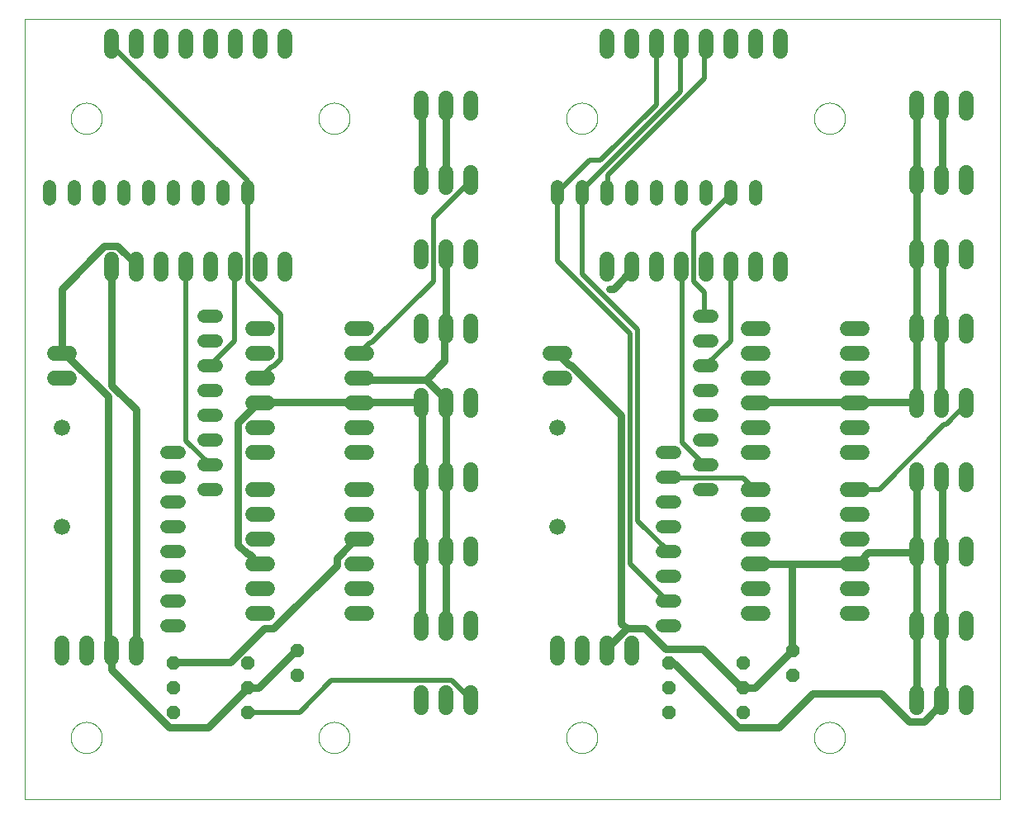
<source format=gbl>
G75*
%MOIN*%
%OFA0B0*%
%FSLAX25Y25*%
%IPPOS*%
%LPD*%
%AMOC8*
5,1,8,0,0,1.08239X$1,22.5*
%
%ADD10C,0.00000*%
%ADD11C,0.06600*%
%ADD12C,0.06000*%
%ADD13OC8,0.05200*%
%ADD14C,0.05200*%
%ADD15C,0.02000*%
%ADD16C,0.03000*%
%ADD17C,0.02381*%
D10*
X0001000Y0003000D02*
X0001000Y0317961D01*
X0394701Y0317961D01*
X0394701Y0003000D01*
X0001000Y0003000D01*
X0019701Y0028000D02*
X0019703Y0028158D01*
X0019709Y0028316D01*
X0019719Y0028474D01*
X0019733Y0028632D01*
X0019751Y0028789D01*
X0019772Y0028946D01*
X0019798Y0029102D01*
X0019828Y0029258D01*
X0019861Y0029413D01*
X0019899Y0029566D01*
X0019940Y0029719D01*
X0019985Y0029871D01*
X0020034Y0030022D01*
X0020087Y0030171D01*
X0020143Y0030319D01*
X0020203Y0030465D01*
X0020267Y0030610D01*
X0020335Y0030753D01*
X0020406Y0030895D01*
X0020480Y0031035D01*
X0020558Y0031172D01*
X0020640Y0031308D01*
X0020724Y0031442D01*
X0020813Y0031573D01*
X0020904Y0031702D01*
X0020999Y0031829D01*
X0021096Y0031954D01*
X0021197Y0032076D01*
X0021301Y0032195D01*
X0021408Y0032312D01*
X0021518Y0032426D01*
X0021631Y0032537D01*
X0021746Y0032646D01*
X0021864Y0032751D01*
X0021985Y0032853D01*
X0022108Y0032953D01*
X0022234Y0033049D01*
X0022362Y0033142D01*
X0022492Y0033232D01*
X0022625Y0033318D01*
X0022760Y0033402D01*
X0022896Y0033481D01*
X0023035Y0033558D01*
X0023176Y0033630D01*
X0023318Y0033700D01*
X0023462Y0033765D01*
X0023608Y0033827D01*
X0023755Y0033885D01*
X0023904Y0033940D01*
X0024054Y0033991D01*
X0024205Y0034038D01*
X0024357Y0034081D01*
X0024510Y0034120D01*
X0024665Y0034156D01*
X0024820Y0034187D01*
X0024976Y0034215D01*
X0025132Y0034239D01*
X0025289Y0034259D01*
X0025447Y0034275D01*
X0025604Y0034287D01*
X0025763Y0034295D01*
X0025921Y0034299D01*
X0026079Y0034299D01*
X0026237Y0034295D01*
X0026396Y0034287D01*
X0026553Y0034275D01*
X0026711Y0034259D01*
X0026868Y0034239D01*
X0027024Y0034215D01*
X0027180Y0034187D01*
X0027335Y0034156D01*
X0027490Y0034120D01*
X0027643Y0034081D01*
X0027795Y0034038D01*
X0027946Y0033991D01*
X0028096Y0033940D01*
X0028245Y0033885D01*
X0028392Y0033827D01*
X0028538Y0033765D01*
X0028682Y0033700D01*
X0028824Y0033630D01*
X0028965Y0033558D01*
X0029104Y0033481D01*
X0029240Y0033402D01*
X0029375Y0033318D01*
X0029508Y0033232D01*
X0029638Y0033142D01*
X0029766Y0033049D01*
X0029892Y0032953D01*
X0030015Y0032853D01*
X0030136Y0032751D01*
X0030254Y0032646D01*
X0030369Y0032537D01*
X0030482Y0032426D01*
X0030592Y0032312D01*
X0030699Y0032195D01*
X0030803Y0032076D01*
X0030904Y0031954D01*
X0031001Y0031829D01*
X0031096Y0031702D01*
X0031187Y0031573D01*
X0031276Y0031442D01*
X0031360Y0031308D01*
X0031442Y0031172D01*
X0031520Y0031035D01*
X0031594Y0030895D01*
X0031665Y0030753D01*
X0031733Y0030610D01*
X0031797Y0030465D01*
X0031857Y0030319D01*
X0031913Y0030171D01*
X0031966Y0030022D01*
X0032015Y0029871D01*
X0032060Y0029719D01*
X0032101Y0029566D01*
X0032139Y0029413D01*
X0032172Y0029258D01*
X0032202Y0029102D01*
X0032228Y0028946D01*
X0032249Y0028789D01*
X0032267Y0028632D01*
X0032281Y0028474D01*
X0032291Y0028316D01*
X0032297Y0028158D01*
X0032299Y0028000D01*
X0032297Y0027842D01*
X0032291Y0027684D01*
X0032281Y0027526D01*
X0032267Y0027368D01*
X0032249Y0027211D01*
X0032228Y0027054D01*
X0032202Y0026898D01*
X0032172Y0026742D01*
X0032139Y0026587D01*
X0032101Y0026434D01*
X0032060Y0026281D01*
X0032015Y0026129D01*
X0031966Y0025978D01*
X0031913Y0025829D01*
X0031857Y0025681D01*
X0031797Y0025535D01*
X0031733Y0025390D01*
X0031665Y0025247D01*
X0031594Y0025105D01*
X0031520Y0024965D01*
X0031442Y0024828D01*
X0031360Y0024692D01*
X0031276Y0024558D01*
X0031187Y0024427D01*
X0031096Y0024298D01*
X0031001Y0024171D01*
X0030904Y0024046D01*
X0030803Y0023924D01*
X0030699Y0023805D01*
X0030592Y0023688D01*
X0030482Y0023574D01*
X0030369Y0023463D01*
X0030254Y0023354D01*
X0030136Y0023249D01*
X0030015Y0023147D01*
X0029892Y0023047D01*
X0029766Y0022951D01*
X0029638Y0022858D01*
X0029508Y0022768D01*
X0029375Y0022682D01*
X0029240Y0022598D01*
X0029104Y0022519D01*
X0028965Y0022442D01*
X0028824Y0022370D01*
X0028682Y0022300D01*
X0028538Y0022235D01*
X0028392Y0022173D01*
X0028245Y0022115D01*
X0028096Y0022060D01*
X0027946Y0022009D01*
X0027795Y0021962D01*
X0027643Y0021919D01*
X0027490Y0021880D01*
X0027335Y0021844D01*
X0027180Y0021813D01*
X0027024Y0021785D01*
X0026868Y0021761D01*
X0026711Y0021741D01*
X0026553Y0021725D01*
X0026396Y0021713D01*
X0026237Y0021705D01*
X0026079Y0021701D01*
X0025921Y0021701D01*
X0025763Y0021705D01*
X0025604Y0021713D01*
X0025447Y0021725D01*
X0025289Y0021741D01*
X0025132Y0021761D01*
X0024976Y0021785D01*
X0024820Y0021813D01*
X0024665Y0021844D01*
X0024510Y0021880D01*
X0024357Y0021919D01*
X0024205Y0021962D01*
X0024054Y0022009D01*
X0023904Y0022060D01*
X0023755Y0022115D01*
X0023608Y0022173D01*
X0023462Y0022235D01*
X0023318Y0022300D01*
X0023176Y0022370D01*
X0023035Y0022442D01*
X0022896Y0022519D01*
X0022760Y0022598D01*
X0022625Y0022682D01*
X0022492Y0022768D01*
X0022362Y0022858D01*
X0022234Y0022951D01*
X0022108Y0023047D01*
X0021985Y0023147D01*
X0021864Y0023249D01*
X0021746Y0023354D01*
X0021631Y0023463D01*
X0021518Y0023574D01*
X0021408Y0023688D01*
X0021301Y0023805D01*
X0021197Y0023924D01*
X0021096Y0024046D01*
X0020999Y0024171D01*
X0020904Y0024298D01*
X0020813Y0024427D01*
X0020724Y0024558D01*
X0020640Y0024692D01*
X0020558Y0024828D01*
X0020480Y0024965D01*
X0020406Y0025105D01*
X0020335Y0025247D01*
X0020267Y0025390D01*
X0020203Y0025535D01*
X0020143Y0025681D01*
X0020087Y0025829D01*
X0020034Y0025978D01*
X0019985Y0026129D01*
X0019940Y0026281D01*
X0019899Y0026434D01*
X0019861Y0026587D01*
X0019828Y0026742D01*
X0019798Y0026898D01*
X0019772Y0027054D01*
X0019751Y0027211D01*
X0019733Y0027368D01*
X0019719Y0027526D01*
X0019709Y0027684D01*
X0019703Y0027842D01*
X0019701Y0028000D01*
X0119701Y0028000D02*
X0119703Y0028158D01*
X0119709Y0028316D01*
X0119719Y0028474D01*
X0119733Y0028632D01*
X0119751Y0028789D01*
X0119772Y0028946D01*
X0119798Y0029102D01*
X0119828Y0029258D01*
X0119861Y0029413D01*
X0119899Y0029566D01*
X0119940Y0029719D01*
X0119985Y0029871D01*
X0120034Y0030022D01*
X0120087Y0030171D01*
X0120143Y0030319D01*
X0120203Y0030465D01*
X0120267Y0030610D01*
X0120335Y0030753D01*
X0120406Y0030895D01*
X0120480Y0031035D01*
X0120558Y0031172D01*
X0120640Y0031308D01*
X0120724Y0031442D01*
X0120813Y0031573D01*
X0120904Y0031702D01*
X0120999Y0031829D01*
X0121096Y0031954D01*
X0121197Y0032076D01*
X0121301Y0032195D01*
X0121408Y0032312D01*
X0121518Y0032426D01*
X0121631Y0032537D01*
X0121746Y0032646D01*
X0121864Y0032751D01*
X0121985Y0032853D01*
X0122108Y0032953D01*
X0122234Y0033049D01*
X0122362Y0033142D01*
X0122492Y0033232D01*
X0122625Y0033318D01*
X0122760Y0033402D01*
X0122896Y0033481D01*
X0123035Y0033558D01*
X0123176Y0033630D01*
X0123318Y0033700D01*
X0123462Y0033765D01*
X0123608Y0033827D01*
X0123755Y0033885D01*
X0123904Y0033940D01*
X0124054Y0033991D01*
X0124205Y0034038D01*
X0124357Y0034081D01*
X0124510Y0034120D01*
X0124665Y0034156D01*
X0124820Y0034187D01*
X0124976Y0034215D01*
X0125132Y0034239D01*
X0125289Y0034259D01*
X0125447Y0034275D01*
X0125604Y0034287D01*
X0125763Y0034295D01*
X0125921Y0034299D01*
X0126079Y0034299D01*
X0126237Y0034295D01*
X0126396Y0034287D01*
X0126553Y0034275D01*
X0126711Y0034259D01*
X0126868Y0034239D01*
X0127024Y0034215D01*
X0127180Y0034187D01*
X0127335Y0034156D01*
X0127490Y0034120D01*
X0127643Y0034081D01*
X0127795Y0034038D01*
X0127946Y0033991D01*
X0128096Y0033940D01*
X0128245Y0033885D01*
X0128392Y0033827D01*
X0128538Y0033765D01*
X0128682Y0033700D01*
X0128824Y0033630D01*
X0128965Y0033558D01*
X0129104Y0033481D01*
X0129240Y0033402D01*
X0129375Y0033318D01*
X0129508Y0033232D01*
X0129638Y0033142D01*
X0129766Y0033049D01*
X0129892Y0032953D01*
X0130015Y0032853D01*
X0130136Y0032751D01*
X0130254Y0032646D01*
X0130369Y0032537D01*
X0130482Y0032426D01*
X0130592Y0032312D01*
X0130699Y0032195D01*
X0130803Y0032076D01*
X0130904Y0031954D01*
X0131001Y0031829D01*
X0131096Y0031702D01*
X0131187Y0031573D01*
X0131276Y0031442D01*
X0131360Y0031308D01*
X0131442Y0031172D01*
X0131520Y0031035D01*
X0131594Y0030895D01*
X0131665Y0030753D01*
X0131733Y0030610D01*
X0131797Y0030465D01*
X0131857Y0030319D01*
X0131913Y0030171D01*
X0131966Y0030022D01*
X0132015Y0029871D01*
X0132060Y0029719D01*
X0132101Y0029566D01*
X0132139Y0029413D01*
X0132172Y0029258D01*
X0132202Y0029102D01*
X0132228Y0028946D01*
X0132249Y0028789D01*
X0132267Y0028632D01*
X0132281Y0028474D01*
X0132291Y0028316D01*
X0132297Y0028158D01*
X0132299Y0028000D01*
X0132297Y0027842D01*
X0132291Y0027684D01*
X0132281Y0027526D01*
X0132267Y0027368D01*
X0132249Y0027211D01*
X0132228Y0027054D01*
X0132202Y0026898D01*
X0132172Y0026742D01*
X0132139Y0026587D01*
X0132101Y0026434D01*
X0132060Y0026281D01*
X0132015Y0026129D01*
X0131966Y0025978D01*
X0131913Y0025829D01*
X0131857Y0025681D01*
X0131797Y0025535D01*
X0131733Y0025390D01*
X0131665Y0025247D01*
X0131594Y0025105D01*
X0131520Y0024965D01*
X0131442Y0024828D01*
X0131360Y0024692D01*
X0131276Y0024558D01*
X0131187Y0024427D01*
X0131096Y0024298D01*
X0131001Y0024171D01*
X0130904Y0024046D01*
X0130803Y0023924D01*
X0130699Y0023805D01*
X0130592Y0023688D01*
X0130482Y0023574D01*
X0130369Y0023463D01*
X0130254Y0023354D01*
X0130136Y0023249D01*
X0130015Y0023147D01*
X0129892Y0023047D01*
X0129766Y0022951D01*
X0129638Y0022858D01*
X0129508Y0022768D01*
X0129375Y0022682D01*
X0129240Y0022598D01*
X0129104Y0022519D01*
X0128965Y0022442D01*
X0128824Y0022370D01*
X0128682Y0022300D01*
X0128538Y0022235D01*
X0128392Y0022173D01*
X0128245Y0022115D01*
X0128096Y0022060D01*
X0127946Y0022009D01*
X0127795Y0021962D01*
X0127643Y0021919D01*
X0127490Y0021880D01*
X0127335Y0021844D01*
X0127180Y0021813D01*
X0127024Y0021785D01*
X0126868Y0021761D01*
X0126711Y0021741D01*
X0126553Y0021725D01*
X0126396Y0021713D01*
X0126237Y0021705D01*
X0126079Y0021701D01*
X0125921Y0021701D01*
X0125763Y0021705D01*
X0125604Y0021713D01*
X0125447Y0021725D01*
X0125289Y0021741D01*
X0125132Y0021761D01*
X0124976Y0021785D01*
X0124820Y0021813D01*
X0124665Y0021844D01*
X0124510Y0021880D01*
X0124357Y0021919D01*
X0124205Y0021962D01*
X0124054Y0022009D01*
X0123904Y0022060D01*
X0123755Y0022115D01*
X0123608Y0022173D01*
X0123462Y0022235D01*
X0123318Y0022300D01*
X0123176Y0022370D01*
X0123035Y0022442D01*
X0122896Y0022519D01*
X0122760Y0022598D01*
X0122625Y0022682D01*
X0122492Y0022768D01*
X0122362Y0022858D01*
X0122234Y0022951D01*
X0122108Y0023047D01*
X0121985Y0023147D01*
X0121864Y0023249D01*
X0121746Y0023354D01*
X0121631Y0023463D01*
X0121518Y0023574D01*
X0121408Y0023688D01*
X0121301Y0023805D01*
X0121197Y0023924D01*
X0121096Y0024046D01*
X0120999Y0024171D01*
X0120904Y0024298D01*
X0120813Y0024427D01*
X0120724Y0024558D01*
X0120640Y0024692D01*
X0120558Y0024828D01*
X0120480Y0024965D01*
X0120406Y0025105D01*
X0120335Y0025247D01*
X0120267Y0025390D01*
X0120203Y0025535D01*
X0120143Y0025681D01*
X0120087Y0025829D01*
X0120034Y0025978D01*
X0119985Y0026129D01*
X0119940Y0026281D01*
X0119899Y0026434D01*
X0119861Y0026587D01*
X0119828Y0026742D01*
X0119798Y0026898D01*
X0119772Y0027054D01*
X0119751Y0027211D01*
X0119733Y0027368D01*
X0119719Y0027526D01*
X0119709Y0027684D01*
X0119703Y0027842D01*
X0119701Y0028000D01*
X0219701Y0028000D02*
X0219703Y0028158D01*
X0219709Y0028316D01*
X0219719Y0028474D01*
X0219733Y0028632D01*
X0219751Y0028789D01*
X0219772Y0028946D01*
X0219798Y0029102D01*
X0219828Y0029258D01*
X0219861Y0029413D01*
X0219899Y0029566D01*
X0219940Y0029719D01*
X0219985Y0029871D01*
X0220034Y0030022D01*
X0220087Y0030171D01*
X0220143Y0030319D01*
X0220203Y0030465D01*
X0220267Y0030610D01*
X0220335Y0030753D01*
X0220406Y0030895D01*
X0220480Y0031035D01*
X0220558Y0031172D01*
X0220640Y0031308D01*
X0220724Y0031442D01*
X0220813Y0031573D01*
X0220904Y0031702D01*
X0220999Y0031829D01*
X0221096Y0031954D01*
X0221197Y0032076D01*
X0221301Y0032195D01*
X0221408Y0032312D01*
X0221518Y0032426D01*
X0221631Y0032537D01*
X0221746Y0032646D01*
X0221864Y0032751D01*
X0221985Y0032853D01*
X0222108Y0032953D01*
X0222234Y0033049D01*
X0222362Y0033142D01*
X0222492Y0033232D01*
X0222625Y0033318D01*
X0222760Y0033402D01*
X0222896Y0033481D01*
X0223035Y0033558D01*
X0223176Y0033630D01*
X0223318Y0033700D01*
X0223462Y0033765D01*
X0223608Y0033827D01*
X0223755Y0033885D01*
X0223904Y0033940D01*
X0224054Y0033991D01*
X0224205Y0034038D01*
X0224357Y0034081D01*
X0224510Y0034120D01*
X0224665Y0034156D01*
X0224820Y0034187D01*
X0224976Y0034215D01*
X0225132Y0034239D01*
X0225289Y0034259D01*
X0225447Y0034275D01*
X0225604Y0034287D01*
X0225763Y0034295D01*
X0225921Y0034299D01*
X0226079Y0034299D01*
X0226237Y0034295D01*
X0226396Y0034287D01*
X0226553Y0034275D01*
X0226711Y0034259D01*
X0226868Y0034239D01*
X0227024Y0034215D01*
X0227180Y0034187D01*
X0227335Y0034156D01*
X0227490Y0034120D01*
X0227643Y0034081D01*
X0227795Y0034038D01*
X0227946Y0033991D01*
X0228096Y0033940D01*
X0228245Y0033885D01*
X0228392Y0033827D01*
X0228538Y0033765D01*
X0228682Y0033700D01*
X0228824Y0033630D01*
X0228965Y0033558D01*
X0229104Y0033481D01*
X0229240Y0033402D01*
X0229375Y0033318D01*
X0229508Y0033232D01*
X0229638Y0033142D01*
X0229766Y0033049D01*
X0229892Y0032953D01*
X0230015Y0032853D01*
X0230136Y0032751D01*
X0230254Y0032646D01*
X0230369Y0032537D01*
X0230482Y0032426D01*
X0230592Y0032312D01*
X0230699Y0032195D01*
X0230803Y0032076D01*
X0230904Y0031954D01*
X0231001Y0031829D01*
X0231096Y0031702D01*
X0231187Y0031573D01*
X0231276Y0031442D01*
X0231360Y0031308D01*
X0231442Y0031172D01*
X0231520Y0031035D01*
X0231594Y0030895D01*
X0231665Y0030753D01*
X0231733Y0030610D01*
X0231797Y0030465D01*
X0231857Y0030319D01*
X0231913Y0030171D01*
X0231966Y0030022D01*
X0232015Y0029871D01*
X0232060Y0029719D01*
X0232101Y0029566D01*
X0232139Y0029413D01*
X0232172Y0029258D01*
X0232202Y0029102D01*
X0232228Y0028946D01*
X0232249Y0028789D01*
X0232267Y0028632D01*
X0232281Y0028474D01*
X0232291Y0028316D01*
X0232297Y0028158D01*
X0232299Y0028000D01*
X0232297Y0027842D01*
X0232291Y0027684D01*
X0232281Y0027526D01*
X0232267Y0027368D01*
X0232249Y0027211D01*
X0232228Y0027054D01*
X0232202Y0026898D01*
X0232172Y0026742D01*
X0232139Y0026587D01*
X0232101Y0026434D01*
X0232060Y0026281D01*
X0232015Y0026129D01*
X0231966Y0025978D01*
X0231913Y0025829D01*
X0231857Y0025681D01*
X0231797Y0025535D01*
X0231733Y0025390D01*
X0231665Y0025247D01*
X0231594Y0025105D01*
X0231520Y0024965D01*
X0231442Y0024828D01*
X0231360Y0024692D01*
X0231276Y0024558D01*
X0231187Y0024427D01*
X0231096Y0024298D01*
X0231001Y0024171D01*
X0230904Y0024046D01*
X0230803Y0023924D01*
X0230699Y0023805D01*
X0230592Y0023688D01*
X0230482Y0023574D01*
X0230369Y0023463D01*
X0230254Y0023354D01*
X0230136Y0023249D01*
X0230015Y0023147D01*
X0229892Y0023047D01*
X0229766Y0022951D01*
X0229638Y0022858D01*
X0229508Y0022768D01*
X0229375Y0022682D01*
X0229240Y0022598D01*
X0229104Y0022519D01*
X0228965Y0022442D01*
X0228824Y0022370D01*
X0228682Y0022300D01*
X0228538Y0022235D01*
X0228392Y0022173D01*
X0228245Y0022115D01*
X0228096Y0022060D01*
X0227946Y0022009D01*
X0227795Y0021962D01*
X0227643Y0021919D01*
X0227490Y0021880D01*
X0227335Y0021844D01*
X0227180Y0021813D01*
X0227024Y0021785D01*
X0226868Y0021761D01*
X0226711Y0021741D01*
X0226553Y0021725D01*
X0226396Y0021713D01*
X0226237Y0021705D01*
X0226079Y0021701D01*
X0225921Y0021701D01*
X0225763Y0021705D01*
X0225604Y0021713D01*
X0225447Y0021725D01*
X0225289Y0021741D01*
X0225132Y0021761D01*
X0224976Y0021785D01*
X0224820Y0021813D01*
X0224665Y0021844D01*
X0224510Y0021880D01*
X0224357Y0021919D01*
X0224205Y0021962D01*
X0224054Y0022009D01*
X0223904Y0022060D01*
X0223755Y0022115D01*
X0223608Y0022173D01*
X0223462Y0022235D01*
X0223318Y0022300D01*
X0223176Y0022370D01*
X0223035Y0022442D01*
X0222896Y0022519D01*
X0222760Y0022598D01*
X0222625Y0022682D01*
X0222492Y0022768D01*
X0222362Y0022858D01*
X0222234Y0022951D01*
X0222108Y0023047D01*
X0221985Y0023147D01*
X0221864Y0023249D01*
X0221746Y0023354D01*
X0221631Y0023463D01*
X0221518Y0023574D01*
X0221408Y0023688D01*
X0221301Y0023805D01*
X0221197Y0023924D01*
X0221096Y0024046D01*
X0220999Y0024171D01*
X0220904Y0024298D01*
X0220813Y0024427D01*
X0220724Y0024558D01*
X0220640Y0024692D01*
X0220558Y0024828D01*
X0220480Y0024965D01*
X0220406Y0025105D01*
X0220335Y0025247D01*
X0220267Y0025390D01*
X0220203Y0025535D01*
X0220143Y0025681D01*
X0220087Y0025829D01*
X0220034Y0025978D01*
X0219985Y0026129D01*
X0219940Y0026281D01*
X0219899Y0026434D01*
X0219861Y0026587D01*
X0219828Y0026742D01*
X0219798Y0026898D01*
X0219772Y0027054D01*
X0219751Y0027211D01*
X0219733Y0027368D01*
X0219719Y0027526D01*
X0219709Y0027684D01*
X0219703Y0027842D01*
X0219701Y0028000D01*
X0319701Y0028000D02*
X0319703Y0028158D01*
X0319709Y0028316D01*
X0319719Y0028474D01*
X0319733Y0028632D01*
X0319751Y0028789D01*
X0319772Y0028946D01*
X0319798Y0029102D01*
X0319828Y0029258D01*
X0319861Y0029413D01*
X0319899Y0029566D01*
X0319940Y0029719D01*
X0319985Y0029871D01*
X0320034Y0030022D01*
X0320087Y0030171D01*
X0320143Y0030319D01*
X0320203Y0030465D01*
X0320267Y0030610D01*
X0320335Y0030753D01*
X0320406Y0030895D01*
X0320480Y0031035D01*
X0320558Y0031172D01*
X0320640Y0031308D01*
X0320724Y0031442D01*
X0320813Y0031573D01*
X0320904Y0031702D01*
X0320999Y0031829D01*
X0321096Y0031954D01*
X0321197Y0032076D01*
X0321301Y0032195D01*
X0321408Y0032312D01*
X0321518Y0032426D01*
X0321631Y0032537D01*
X0321746Y0032646D01*
X0321864Y0032751D01*
X0321985Y0032853D01*
X0322108Y0032953D01*
X0322234Y0033049D01*
X0322362Y0033142D01*
X0322492Y0033232D01*
X0322625Y0033318D01*
X0322760Y0033402D01*
X0322896Y0033481D01*
X0323035Y0033558D01*
X0323176Y0033630D01*
X0323318Y0033700D01*
X0323462Y0033765D01*
X0323608Y0033827D01*
X0323755Y0033885D01*
X0323904Y0033940D01*
X0324054Y0033991D01*
X0324205Y0034038D01*
X0324357Y0034081D01*
X0324510Y0034120D01*
X0324665Y0034156D01*
X0324820Y0034187D01*
X0324976Y0034215D01*
X0325132Y0034239D01*
X0325289Y0034259D01*
X0325447Y0034275D01*
X0325604Y0034287D01*
X0325763Y0034295D01*
X0325921Y0034299D01*
X0326079Y0034299D01*
X0326237Y0034295D01*
X0326396Y0034287D01*
X0326553Y0034275D01*
X0326711Y0034259D01*
X0326868Y0034239D01*
X0327024Y0034215D01*
X0327180Y0034187D01*
X0327335Y0034156D01*
X0327490Y0034120D01*
X0327643Y0034081D01*
X0327795Y0034038D01*
X0327946Y0033991D01*
X0328096Y0033940D01*
X0328245Y0033885D01*
X0328392Y0033827D01*
X0328538Y0033765D01*
X0328682Y0033700D01*
X0328824Y0033630D01*
X0328965Y0033558D01*
X0329104Y0033481D01*
X0329240Y0033402D01*
X0329375Y0033318D01*
X0329508Y0033232D01*
X0329638Y0033142D01*
X0329766Y0033049D01*
X0329892Y0032953D01*
X0330015Y0032853D01*
X0330136Y0032751D01*
X0330254Y0032646D01*
X0330369Y0032537D01*
X0330482Y0032426D01*
X0330592Y0032312D01*
X0330699Y0032195D01*
X0330803Y0032076D01*
X0330904Y0031954D01*
X0331001Y0031829D01*
X0331096Y0031702D01*
X0331187Y0031573D01*
X0331276Y0031442D01*
X0331360Y0031308D01*
X0331442Y0031172D01*
X0331520Y0031035D01*
X0331594Y0030895D01*
X0331665Y0030753D01*
X0331733Y0030610D01*
X0331797Y0030465D01*
X0331857Y0030319D01*
X0331913Y0030171D01*
X0331966Y0030022D01*
X0332015Y0029871D01*
X0332060Y0029719D01*
X0332101Y0029566D01*
X0332139Y0029413D01*
X0332172Y0029258D01*
X0332202Y0029102D01*
X0332228Y0028946D01*
X0332249Y0028789D01*
X0332267Y0028632D01*
X0332281Y0028474D01*
X0332291Y0028316D01*
X0332297Y0028158D01*
X0332299Y0028000D01*
X0332297Y0027842D01*
X0332291Y0027684D01*
X0332281Y0027526D01*
X0332267Y0027368D01*
X0332249Y0027211D01*
X0332228Y0027054D01*
X0332202Y0026898D01*
X0332172Y0026742D01*
X0332139Y0026587D01*
X0332101Y0026434D01*
X0332060Y0026281D01*
X0332015Y0026129D01*
X0331966Y0025978D01*
X0331913Y0025829D01*
X0331857Y0025681D01*
X0331797Y0025535D01*
X0331733Y0025390D01*
X0331665Y0025247D01*
X0331594Y0025105D01*
X0331520Y0024965D01*
X0331442Y0024828D01*
X0331360Y0024692D01*
X0331276Y0024558D01*
X0331187Y0024427D01*
X0331096Y0024298D01*
X0331001Y0024171D01*
X0330904Y0024046D01*
X0330803Y0023924D01*
X0330699Y0023805D01*
X0330592Y0023688D01*
X0330482Y0023574D01*
X0330369Y0023463D01*
X0330254Y0023354D01*
X0330136Y0023249D01*
X0330015Y0023147D01*
X0329892Y0023047D01*
X0329766Y0022951D01*
X0329638Y0022858D01*
X0329508Y0022768D01*
X0329375Y0022682D01*
X0329240Y0022598D01*
X0329104Y0022519D01*
X0328965Y0022442D01*
X0328824Y0022370D01*
X0328682Y0022300D01*
X0328538Y0022235D01*
X0328392Y0022173D01*
X0328245Y0022115D01*
X0328096Y0022060D01*
X0327946Y0022009D01*
X0327795Y0021962D01*
X0327643Y0021919D01*
X0327490Y0021880D01*
X0327335Y0021844D01*
X0327180Y0021813D01*
X0327024Y0021785D01*
X0326868Y0021761D01*
X0326711Y0021741D01*
X0326553Y0021725D01*
X0326396Y0021713D01*
X0326237Y0021705D01*
X0326079Y0021701D01*
X0325921Y0021701D01*
X0325763Y0021705D01*
X0325604Y0021713D01*
X0325447Y0021725D01*
X0325289Y0021741D01*
X0325132Y0021761D01*
X0324976Y0021785D01*
X0324820Y0021813D01*
X0324665Y0021844D01*
X0324510Y0021880D01*
X0324357Y0021919D01*
X0324205Y0021962D01*
X0324054Y0022009D01*
X0323904Y0022060D01*
X0323755Y0022115D01*
X0323608Y0022173D01*
X0323462Y0022235D01*
X0323318Y0022300D01*
X0323176Y0022370D01*
X0323035Y0022442D01*
X0322896Y0022519D01*
X0322760Y0022598D01*
X0322625Y0022682D01*
X0322492Y0022768D01*
X0322362Y0022858D01*
X0322234Y0022951D01*
X0322108Y0023047D01*
X0321985Y0023147D01*
X0321864Y0023249D01*
X0321746Y0023354D01*
X0321631Y0023463D01*
X0321518Y0023574D01*
X0321408Y0023688D01*
X0321301Y0023805D01*
X0321197Y0023924D01*
X0321096Y0024046D01*
X0320999Y0024171D01*
X0320904Y0024298D01*
X0320813Y0024427D01*
X0320724Y0024558D01*
X0320640Y0024692D01*
X0320558Y0024828D01*
X0320480Y0024965D01*
X0320406Y0025105D01*
X0320335Y0025247D01*
X0320267Y0025390D01*
X0320203Y0025535D01*
X0320143Y0025681D01*
X0320087Y0025829D01*
X0320034Y0025978D01*
X0319985Y0026129D01*
X0319940Y0026281D01*
X0319899Y0026434D01*
X0319861Y0026587D01*
X0319828Y0026742D01*
X0319798Y0026898D01*
X0319772Y0027054D01*
X0319751Y0027211D01*
X0319733Y0027368D01*
X0319719Y0027526D01*
X0319709Y0027684D01*
X0319703Y0027842D01*
X0319701Y0028000D01*
X0319701Y0278000D02*
X0319703Y0278158D01*
X0319709Y0278316D01*
X0319719Y0278474D01*
X0319733Y0278632D01*
X0319751Y0278789D01*
X0319772Y0278946D01*
X0319798Y0279102D01*
X0319828Y0279258D01*
X0319861Y0279413D01*
X0319899Y0279566D01*
X0319940Y0279719D01*
X0319985Y0279871D01*
X0320034Y0280022D01*
X0320087Y0280171D01*
X0320143Y0280319D01*
X0320203Y0280465D01*
X0320267Y0280610D01*
X0320335Y0280753D01*
X0320406Y0280895D01*
X0320480Y0281035D01*
X0320558Y0281172D01*
X0320640Y0281308D01*
X0320724Y0281442D01*
X0320813Y0281573D01*
X0320904Y0281702D01*
X0320999Y0281829D01*
X0321096Y0281954D01*
X0321197Y0282076D01*
X0321301Y0282195D01*
X0321408Y0282312D01*
X0321518Y0282426D01*
X0321631Y0282537D01*
X0321746Y0282646D01*
X0321864Y0282751D01*
X0321985Y0282853D01*
X0322108Y0282953D01*
X0322234Y0283049D01*
X0322362Y0283142D01*
X0322492Y0283232D01*
X0322625Y0283318D01*
X0322760Y0283402D01*
X0322896Y0283481D01*
X0323035Y0283558D01*
X0323176Y0283630D01*
X0323318Y0283700D01*
X0323462Y0283765D01*
X0323608Y0283827D01*
X0323755Y0283885D01*
X0323904Y0283940D01*
X0324054Y0283991D01*
X0324205Y0284038D01*
X0324357Y0284081D01*
X0324510Y0284120D01*
X0324665Y0284156D01*
X0324820Y0284187D01*
X0324976Y0284215D01*
X0325132Y0284239D01*
X0325289Y0284259D01*
X0325447Y0284275D01*
X0325604Y0284287D01*
X0325763Y0284295D01*
X0325921Y0284299D01*
X0326079Y0284299D01*
X0326237Y0284295D01*
X0326396Y0284287D01*
X0326553Y0284275D01*
X0326711Y0284259D01*
X0326868Y0284239D01*
X0327024Y0284215D01*
X0327180Y0284187D01*
X0327335Y0284156D01*
X0327490Y0284120D01*
X0327643Y0284081D01*
X0327795Y0284038D01*
X0327946Y0283991D01*
X0328096Y0283940D01*
X0328245Y0283885D01*
X0328392Y0283827D01*
X0328538Y0283765D01*
X0328682Y0283700D01*
X0328824Y0283630D01*
X0328965Y0283558D01*
X0329104Y0283481D01*
X0329240Y0283402D01*
X0329375Y0283318D01*
X0329508Y0283232D01*
X0329638Y0283142D01*
X0329766Y0283049D01*
X0329892Y0282953D01*
X0330015Y0282853D01*
X0330136Y0282751D01*
X0330254Y0282646D01*
X0330369Y0282537D01*
X0330482Y0282426D01*
X0330592Y0282312D01*
X0330699Y0282195D01*
X0330803Y0282076D01*
X0330904Y0281954D01*
X0331001Y0281829D01*
X0331096Y0281702D01*
X0331187Y0281573D01*
X0331276Y0281442D01*
X0331360Y0281308D01*
X0331442Y0281172D01*
X0331520Y0281035D01*
X0331594Y0280895D01*
X0331665Y0280753D01*
X0331733Y0280610D01*
X0331797Y0280465D01*
X0331857Y0280319D01*
X0331913Y0280171D01*
X0331966Y0280022D01*
X0332015Y0279871D01*
X0332060Y0279719D01*
X0332101Y0279566D01*
X0332139Y0279413D01*
X0332172Y0279258D01*
X0332202Y0279102D01*
X0332228Y0278946D01*
X0332249Y0278789D01*
X0332267Y0278632D01*
X0332281Y0278474D01*
X0332291Y0278316D01*
X0332297Y0278158D01*
X0332299Y0278000D01*
X0332297Y0277842D01*
X0332291Y0277684D01*
X0332281Y0277526D01*
X0332267Y0277368D01*
X0332249Y0277211D01*
X0332228Y0277054D01*
X0332202Y0276898D01*
X0332172Y0276742D01*
X0332139Y0276587D01*
X0332101Y0276434D01*
X0332060Y0276281D01*
X0332015Y0276129D01*
X0331966Y0275978D01*
X0331913Y0275829D01*
X0331857Y0275681D01*
X0331797Y0275535D01*
X0331733Y0275390D01*
X0331665Y0275247D01*
X0331594Y0275105D01*
X0331520Y0274965D01*
X0331442Y0274828D01*
X0331360Y0274692D01*
X0331276Y0274558D01*
X0331187Y0274427D01*
X0331096Y0274298D01*
X0331001Y0274171D01*
X0330904Y0274046D01*
X0330803Y0273924D01*
X0330699Y0273805D01*
X0330592Y0273688D01*
X0330482Y0273574D01*
X0330369Y0273463D01*
X0330254Y0273354D01*
X0330136Y0273249D01*
X0330015Y0273147D01*
X0329892Y0273047D01*
X0329766Y0272951D01*
X0329638Y0272858D01*
X0329508Y0272768D01*
X0329375Y0272682D01*
X0329240Y0272598D01*
X0329104Y0272519D01*
X0328965Y0272442D01*
X0328824Y0272370D01*
X0328682Y0272300D01*
X0328538Y0272235D01*
X0328392Y0272173D01*
X0328245Y0272115D01*
X0328096Y0272060D01*
X0327946Y0272009D01*
X0327795Y0271962D01*
X0327643Y0271919D01*
X0327490Y0271880D01*
X0327335Y0271844D01*
X0327180Y0271813D01*
X0327024Y0271785D01*
X0326868Y0271761D01*
X0326711Y0271741D01*
X0326553Y0271725D01*
X0326396Y0271713D01*
X0326237Y0271705D01*
X0326079Y0271701D01*
X0325921Y0271701D01*
X0325763Y0271705D01*
X0325604Y0271713D01*
X0325447Y0271725D01*
X0325289Y0271741D01*
X0325132Y0271761D01*
X0324976Y0271785D01*
X0324820Y0271813D01*
X0324665Y0271844D01*
X0324510Y0271880D01*
X0324357Y0271919D01*
X0324205Y0271962D01*
X0324054Y0272009D01*
X0323904Y0272060D01*
X0323755Y0272115D01*
X0323608Y0272173D01*
X0323462Y0272235D01*
X0323318Y0272300D01*
X0323176Y0272370D01*
X0323035Y0272442D01*
X0322896Y0272519D01*
X0322760Y0272598D01*
X0322625Y0272682D01*
X0322492Y0272768D01*
X0322362Y0272858D01*
X0322234Y0272951D01*
X0322108Y0273047D01*
X0321985Y0273147D01*
X0321864Y0273249D01*
X0321746Y0273354D01*
X0321631Y0273463D01*
X0321518Y0273574D01*
X0321408Y0273688D01*
X0321301Y0273805D01*
X0321197Y0273924D01*
X0321096Y0274046D01*
X0320999Y0274171D01*
X0320904Y0274298D01*
X0320813Y0274427D01*
X0320724Y0274558D01*
X0320640Y0274692D01*
X0320558Y0274828D01*
X0320480Y0274965D01*
X0320406Y0275105D01*
X0320335Y0275247D01*
X0320267Y0275390D01*
X0320203Y0275535D01*
X0320143Y0275681D01*
X0320087Y0275829D01*
X0320034Y0275978D01*
X0319985Y0276129D01*
X0319940Y0276281D01*
X0319899Y0276434D01*
X0319861Y0276587D01*
X0319828Y0276742D01*
X0319798Y0276898D01*
X0319772Y0277054D01*
X0319751Y0277211D01*
X0319733Y0277368D01*
X0319719Y0277526D01*
X0319709Y0277684D01*
X0319703Y0277842D01*
X0319701Y0278000D01*
X0219701Y0278000D02*
X0219703Y0278158D01*
X0219709Y0278316D01*
X0219719Y0278474D01*
X0219733Y0278632D01*
X0219751Y0278789D01*
X0219772Y0278946D01*
X0219798Y0279102D01*
X0219828Y0279258D01*
X0219861Y0279413D01*
X0219899Y0279566D01*
X0219940Y0279719D01*
X0219985Y0279871D01*
X0220034Y0280022D01*
X0220087Y0280171D01*
X0220143Y0280319D01*
X0220203Y0280465D01*
X0220267Y0280610D01*
X0220335Y0280753D01*
X0220406Y0280895D01*
X0220480Y0281035D01*
X0220558Y0281172D01*
X0220640Y0281308D01*
X0220724Y0281442D01*
X0220813Y0281573D01*
X0220904Y0281702D01*
X0220999Y0281829D01*
X0221096Y0281954D01*
X0221197Y0282076D01*
X0221301Y0282195D01*
X0221408Y0282312D01*
X0221518Y0282426D01*
X0221631Y0282537D01*
X0221746Y0282646D01*
X0221864Y0282751D01*
X0221985Y0282853D01*
X0222108Y0282953D01*
X0222234Y0283049D01*
X0222362Y0283142D01*
X0222492Y0283232D01*
X0222625Y0283318D01*
X0222760Y0283402D01*
X0222896Y0283481D01*
X0223035Y0283558D01*
X0223176Y0283630D01*
X0223318Y0283700D01*
X0223462Y0283765D01*
X0223608Y0283827D01*
X0223755Y0283885D01*
X0223904Y0283940D01*
X0224054Y0283991D01*
X0224205Y0284038D01*
X0224357Y0284081D01*
X0224510Y0284120D01*
X0224665Y0284156D01*
X0224820Y0284187D01*
X0224976Y0284215D01*
X0225132Y0284239D01*
X0225289Y0284259D01*
X0225447Y0284275D01*
X0225604Y0284287D01*
X0225763Y0284295D01*
X0225921Y0284299D01*
X0226079Y0284299D01*
X0226237Y0284295D01*
X0226396Y0284287D01*
X0226553Y0284275D01*
X0226711Y0284259D01*
X0226868Y0284239D01*
X0227024Y0284215D01*
X0227180Y0284187D01*
X0227335Y0284156D01*
X0227490Y0284120D01*
X0227643Y0284081D01*
X0227795Y0284038D01*
X0227946Y0283991D01*
X0228096Y0283940D01*
X0228245Y0283885D01*
X0228392Y0283827D01*
X0228538Y0283765D01*
X0228682Y0283700D01*
X0228824Y0283630D01*
X0228965Y0283558D01*
X0229104Y0283481D01*
X0229240Y0283402D01*
X0229375Y0283318D01*
X0229508Y0283232D01*
X0229638Y0283142D01*
X0229766Y0283049D01*
X0229892Y0282953D01*
X0230015Y0282853D01*
X0230136Y0282751D01*
X0230254Y0282646D01*
X0230369Y0282537D01*
X0230482Y0282426D01*
X0230592Y0282312D01*
X0230699Y0282195D01*
X0230803Y0282076D01*
X0230904Y0281954D01*
X0231001Y0281829D01*
X0231096Y0281702D01*
X0231187Y0281573D01*
X0231276Y0281442D01*
X0231360Y0281308D01*
X0231442Y0281172D01*
X0231520Y0281035D01*
X0231594Y0280895D01*
X0231665Y0280753D01*
X0231733Y0280610D01*
X0231797Y0280465D01*
X0231857Y0280319D01*
X0231913Y0280171D01*
X0231966Y0280022D01*
X0232015Y0279871D01*
X0232060Y0279719D01*
X0232101Y0279566D01*
X0232139Y0279413D01*
X0232172Y0279258D01*
X0232202Y0279102D01*
X0232228Y0278946D01*
X0232249Y0278789D01*
X0232267Y0278632D01*
X0232281Y0278474D01*
X0232291Y0278316D01*
X0232297Y0278158D01*
X0232299Y0278000D01*
X0232297Y0277842D01*
X0232291Y0277684D01*
X0232281Y0277526D01*
X0232267Y0277368D01*
X0232249Y0277211D01*
X0232228Y0277054D01*
X0232202Y0276898D01*
X0232172Y0276742D01*
X0232139Y0276587D01*
X0232101Y0276434D01*
X0232060Y0276281D01*
X0232015Y0276129D01*
X0231966Y0275978D01*
X0231913Y0275829D01*
X0231857Y0275681D01*
X0231797Y0275535D01*
X0231733Y0275390D01*
X0231665Y0275247D01*
X0231594Y0275105D01*
X0231520Y0274965D01*
X0231442Y0274828D01*
X0231360Y0274692D01*
X0231276Y0274558D01*
X0231187Y0274427D01*
X0231096Y0274298D01*
X0231001Y0274171D01*
X0230904Y0274046D01*
X0230803Y0273924D01*
X0230699Y0273805D01*
X0230592Y0273688D01*
X0230482Y0273574D01*
X0230369Y0273463D01*
X0230254Y0273354D01*
X0230136Y0273249D01*
X0230015Y0273147D01*
X0229892Y0273047D01*
X0229766Y0272951D01*
X0229638Y0272858D01*
X0229508Y0272768D01*
X0229375Y0272682D01*
X0229240Y0272598D01*
X0229104Y0272519D01*
X0228965Y0272442D01*
X0228824Y0272370D01*
X0228682Y0272300D01*
X0228538Y0272235D01*
X0228392Y0272173D01*
X0228245Y0272115D01*
X0228096Y0272060D01*
X0227946Y0272009D01*
X0227795Y0271962D01*
X0227643Y0271919D01*
X0227490Y0271880D01*
X0227335Y0271844D01*
X0227180Y0271813D01*
X0227024Y0271785D01*
X0226868Y0271761D01*
X0226711Y0271741D01*
X0226553Y0271725D01*
X0226396Y0271713D01*
X0226237Y0271705D01*
X0226079Y0271701D01*
X0225921Y0271701D01*
X0225763Y0271705D01*
X0225604Y0271713D01*
X0225447Y0271725D01*
X0225289Y0271741D01*
X0225132Y0271761D01*
X0224976Y0271785D01*
X0224820Y0271813D01*
X0224665Y0271844D01*
X0224510Y0271880D01*
X0224357Y0271919D01*
X0224205Y0271962D01*
X0224054Y0272009D01*
X0223904Y0272060D01*
X0223755Y0272115D01*
X0223608Y0272173D01*
X0223462Y0272235D01*
X0223318Y0272300D01*
X0223176Y0272370D01*
X0223035Y0272442D01*
X0222896Y0272519D01*
X0222760Y0272598D01*
X0222625Y0272682D01*
X0222492Y0272768D01*
X0222362Y0272858D01*
X0222234Y0272951D01*
X0222108Y0273047D01*
X0221985Y0273147D01*
X0221864Y0273249D01*
X0221746Y0273354D01*
X0221631Y0273463D01*
X0221518Y0273574D01*
X0221408Y0273688D01*
X0221301Y0273805D01*
X0221197Y0273924D01*
X0221096Y0274046D01*
X0220999Y0274171D01*
X0220904Y0274298D01*
X0220813Y0274427D01*
X0220724Y0274558D01*
X0220640Y0274692D01*
X0220558Y0274828D01*
X0220480Y0274965D01*
X0220406Y0275105D01*
X0220335Y0275247D01*
X0220267Y0275390D01*
X0220203Y0275535D01*
X0220143Y0275681D01*
X0220087Y0275829D01*
X0220034Y0275978D01*
X0219985Y0276129D01*
X0219940Y0276281D01*
X0219899Y0276434D01*
X0219861Y0276587D01*
X0219828Y0276742D01*
X0219798Y0276898D01*
X0219772Y0277054D01*
X0219751Y0277211D01*
X0219733Y0277368D01*
X0219719Y0277526D01*
X0219709Y0277684D01*
X0219703Y0277842D01*
X0219701Y0278000D01*
X0119701Y0278000D02*
X0119703Y0278158D01*
X0119709Y0278316D01*
X0119719Y0278474D01*
X0119733Y0278632D01*
X0119751Y0278789D01*
X0119772Y0278946D01*
X0119798Y0279102D01*
X0119828Y0279258D01*
X0119861Y0279413D01*
X0119899Y0279566D01*
X0119940Y0279719D01*
X0119985Y0279871D01*
X0120034Y0280022D01*
X0120087Y0280171D01*
X0120143Y0280319D01*
X0120203Y0280465D01*
X0120267Y0280610D01*
X0120335Y0280753D01*
X0120406Y0280895D01*
X0120480Y0281035D01*
X0120558Y0281172D01*
X0120640Y0281308D01*
X0120724Y0281442D01*
X0120813Y0281573D01*
X0120904Y0281702D01*
X0120999Y0281829D01*
X0121096Y0281954D01*
X0121197Y0282076D01*
X0121301Y0282195D01*
X0121408Y0282312D01*
X0121518Y0282426D01*
X0121631Y0282537D01*
X0121746Y0282646D01*
X0121864Y0282751D01*
X0121985Y0282853D01*
X0122108Y0282953D01*
X0122234Y0283049D01*
X0122362Y0283142D01*
X0122492Y0283232D01*
X0122625Y0283318D01*
X0122760Y0283402D01*
X0122896Y0283481D01*
X0123035Y0283558D01*
X0123176Y0283630D01*
X0123318Y0283700D01*
X0123462Y0283765D01*
X0123608Y0283827D01*
X0123755Y0283885D01*
X0123904Y0283940D01*
X0124054Y0283991D01*
X0124205Y0284038D01*
X0124357Y0284081D01*
X0124510Y0284120D01*
X0124665Y0284156D01*
X0124820Y0284187D01*
X0124976Y0284215D01*
X0125132Y0284239D01*
X0125289Y0284259D01*
X0125447Y0284275D01*
X0125604Y0284287D01*
X0125763Y0284295D01*
X0125921Y0284299D01*
X0126079Y0284299D01*
X0126237Y0284295D01*
X0126396Y0284287D01*
X0126553Y0284275D01*
X0126711Y0284259D01*
X0126868Y0284239D01*
X0127024Y0284215D01*
X0127180Y0284187D01*
X0127335Y0284156D01*
X0127490Y0284120D01*
X0127643Y0284081D01*
X0127795Y0284038D01*
X0127946Y0283991D01*
X0128096Y0283940D01*
X0128245Y0283885D01*
X0128392Y0283827D01*
X0128538Y0283765D01*
X0128682Y0283700D01*
X0128824Y0283630D01*
X0128965Y0283558D01*
X0129104Y0283481D01*
X0129240Y0283402D01*
X0129375Y0283318D01*
X0129508Y0283232D01*
X0129638Y0283142D01*
X0129766Y0283049D01*
X0129892Y0282953D01*
X0130015Y0282853D01*
X0130136Y0282751D01*
X0130254Y0282646D01*
X0130369Y0282537D01*
X0130482Y0282426D01*
X0130592Y0282312D01*
X0130699Y0282195D01*
X0130803Y0282076D01*
X0130904Y0281954D01*
X0131001Y0281829D01*
X0131096Y0281702D01*
X0131187Y0281573D01*
X0131276Y0281442D01*
X0131360Y0281308D01*
X0131442Y0281172D01*
X0131520Y0281035D01*
X0131594Y0280895D01*
X0131665Y0280753D01*
X0131733Y0280610D01*
X0131797Y0280465D01*
X0131857Y0280319D01*
X0131913Y0280171D01*
X0131966Y0280022D01*
X0132015Y0279871D01*
X0132060Y0279719D01*
X0132101Y0279566D01*
X0132139Y0279413D01*
X0132172Y0279258D01*
X0132202Y0279102D01*
X0132228Y0278946D01*
X0132249Y0278789D01*
X0132267Y0278632D01*
X0132281Y0278474D01*
X0132291Y0278316D01*
X0132297Y0278158D01*
X0132299Y0278000D01*
X0132297Y0277842D01*
X0132291Y0277684D01*
X0132281Y0277526D01*
X0132267Y0277368D01*
X0132249Y0277211D01*
X0132228Y0277054D01*
X0132202Y0276898D01*
X0132172Y0276742D01*
X0132139Y0276587D01*
X0132101Y0276434D01*
X0132060Y0276281D01*
X0132015Y0276129D01*
X0131966Y0275978D01*
X0131913Y0275829D01*
X0131857Y0275681D01*
X0131797Y0275535D01*
X0131733Y0275390D01*
X0131665Y0275247D01*
X0131594Y0275105D01*
X0131520Y0274965D01*
X0131442Y0274828D01*
X0131360Y0274692D01*
X0131276Y0274558D01*
X0131187Y0274427D01*
X0131096Y0274298D01*
X0131001Y0274171D01*
X0130904Y0274046D01*
X0130803Y0273924D01*
X0130699Y0273805D01*
X0130592Y0273688D01*
X0130482Y0273574D01*
X0130369Y0273463D01*
X0130254Y0273354D01*
X0130136Y0273249D01*
X0130015Y0273147D01*
X0129892Y0273047D01*
X0129766Y0272951D01*
X0129638Y0272858D01*
X0129508Y0272768D01*
X0129375Y0272682D01*
X0129240Y0272598D01*
X0129104Y0272519D01*
X0128965Y0272442D01*
X0128824Y0272370D01*
X0128682Y0272300D01*
X0128538Y0272235D01*
X0128392Y0272173D01*
X0128245Y0272115D01*
X0128096Y0272060D01*
X0127946Y0272009D01*
X0127795Y0271962D01*
X0127643Y0271919D01*
X0127490Y0271880D01*
X0127335Y0271844D01*
X0127180Y0271813D01*
X0127024Y0271785D01*
X0126868Y0271761D01*
X0126711Y0271741D01*
X0126553Y0271725D01*
X0126396Y0271713D01*
X0126237Y0271705D01*
X0126079Y0271701D01*
X0125921Y0271701D01*
X0125763Y0271705D01*
X0125604Y0271713D01*
X0125447Y0271725D01*
X0125289Y0271741D01*
X0125132Y0271761D01*
X0124976Y0271785D01*
X0124820Y0271813D01*
X0124665Y0271844D01*
X0124510Y0271880D01*
X0124357Y0271919D01*
X0124205Y0271962D01*
X0124054Y0272009D01*
X0123904Y0272060D01*
X0123755Y0272115D01*
X0123608Y0272173D01*
X0123462Y0272235D01*
X0123318Y0272300D01*
X0123176Y0272370D01*
X0123035Y0272442D01*
X0122896Y0272519D01*
X0122760Y0272598D01*
X0122625Y0272682D01*
X0122492Y0272768D01*
X0122362Y0272858D01*
X0122234Y0272951D01*
X0122108Y0273047D01*
X0121985Y0273147D01*
X0121864Y0273249D01*
X0121746Y0273354D01*
X0121631Y0273463D01*
X0121518Y0273574D01*
X0121408Y0273688D01*
X0121301Y0273805D01*
X0121197Y0273924D01*
X0121096Y0274046D01*
X0120999Y0274171D01*
X0120904Y0274298D01*
X0120813Y0274427D01*
X0120724Y0274558D01*
X0120640Y0274692D01*
X0120558Y0274828D01*
X0120480Y0274965D01*
X0120406Y0275105D01*
X0120335Y0275247D01*
X0120267Y0275390D01*
X0120203Y0275535D01*
X0120143Y0275681D01*
X0120087Y0275829D01*
X0120034Y0275978D01*
X0119985Y0276129D01*
X0119940Y0276281D01*
X0119899Y0276434D01*
X0119861Y0276587D01*
X0119828Y0276742D01*
X0119798Y0276898D01*
X0119772Y0277054D01*
X0119751Y0277211D01*
X0119733Y0277368D01*
X0119719Y0277526D01*
X0119709Y0277684D01*
X0119703Y0277842D01*
X0119701Y0278000D01*
X0019701Y0278000D02*
X0019703Y0278158D01*
X0019709Y0278316D01*
X0019719Y0278474D01*
X0019733Y0278632D01*
X0019751Y0278789D01*
X0019772Y0278946D01*
X0019798Y0279102D01*
X0019828Y0279258D01*
X0019861Y0279413D01*
X0019899Y0279566D01*
X0019940Y0279719D01*
X0019985Y0279871D01*
X0020034Y0280022D01*
X0020087Y0280171D01*
X0020143Y0280319D01*
X0020203Y0280465D01*
X0020267Y0280610D01*
X0020335Y0280753D01*
X0020406Y0280895D01*
X0020480Y0281035D01*
X0020558Y0281172D01*
X0020640Y0281308D01*
X0020724Y0281442D01*
X0020813Y0281573D01*
X0020904Y0281702D01*
X0020999Y0281829D01*
X0021096Y0281954D01*
X0021197Y0282076D01*
X0021301Y0282195D01*
X0021408Y0282312D01*
X0021518Y0282426D01*
X0021631Y0282537D01*
X0021746Y0282646D01*
X0021864Y0282751D01*
X0021985Y0282853D01*
X0022108Y0282953D01*
X0022234Y0283049D01*
X0022362Y0283142D01*
X0022492Y0283232D01*
X0022625Y0283318D01*
X0022760Y0283402D01*
X0022896Y0283481D01*
X0023035Y0283558D01*
X0023176Y0283630D01*
X0023318Y0283700D01*
X0023462Y0283765D01*
X0023608Y0283827D01*
X0023755Y0283885D01*
X0023904Y0283940D01*
X0024054Y0283991D01*
X0024205Y0284038D01*
X0024357Y0284081D01*
X0024510Y0284120D01*
X0024665Y0284156D01*
X0024820Y0284187D01*
X0024976Y0284215D01*
X0025132Y0284239D01*
X0025289Y0284259D01*
X0025447Y0284275D01*
X0025604Y0284287D01*
X0025763Y0284295D01*
X0025921Y0284299D01*
X0026079Y0284299D01*
X0026237Y0284295D01*
X0026396Y0284287D01*
X0026553Y0284275D01*
X0026711Y0284259D01*
X0026868Y0284239D01*
X0027024Y0284215D01*
X0027180Y0284187D01*
X0027335Y0284156D01*
X0027490Y0284120D01*
X0027643Y0284081D01*
X0027795Y0284038D01*
X0027946Y0283991D01*
X0028096Y0283940D01*
X0028245Y0283885D01*
X0028392Y0283827D01*
X0028538Y0283765D01*
X0028682Y0283700D01*
X0028824Y0283630D01*
X0028965Y0283558D01*
X0029104Y0283481D01*
X0029240Y0283402D01*
X0029375Y0283318D01*
X0029508Y0283232D01*
X0029638Y0283142D01*
X0029766Y0283049D01*
X0029892Y0282953D01*
X0030015Y0282853D01*
X0030136Y0282751D01*
X0030254Y0282646D01*
X0030369Y0282537D01*
X0030482Y0282426D01*
X0030592Y0282312D01*
X0030699Y0282195D01*
X0030803Y0282076D01*
X0030904Y0281954D01*
X0031001Y0281829D01*
X0031096Y0281702D01*
X0031187Y0281573D01*
X0031276Y0281442D01*
X0031360Y0281308D01*
X0031442Y0281172D01*
X0031520Y0281035D01*
X0031594Y0280895D01*
X0031665Y0280753D01*
X0031733Y0280610D01*
X0031797Y0280465D01*
X0031857Y0280319D01*
X0031913Y0280171D01*
X0031966Y0280022D01*
X0032015Y0279871D01*
X0032060Y0279719D01*
X0032101Y0279566D01*
X0032139Y0279413D01*
X0032172Y0279258D01*
X0032202Y0279102D01*
X0032228Y0278946D01*
X0032249Y0278789D01*
X0032267Y0278632D01*
X0032281Y0278474D01*
X0032291Y0278316D01*
X0032297Y0278158D01*
X0032299Y0278000D01*
X0032297Y0277842D01*
X0032291Y0277684D01*
X0032281Y0277526D01*
X0032267Y0277368D01*
X0032249Y0277211D01*
X0032228Y0277054D01*
X0032202Y0276898D01*
X0032172Y0276742D01*
X0032139Y0276587D01*
X0032101Y0276434D01*
X0032060Y0276281D01*
X0032015Y0276129D01*
X0031966Y0275978D01*
X0031913Y0275829D01*
X0031857Y0275681D01*
X0031797Y0275535D01*
X0031733Y0275390D01*
X0031665Y0275247D01*
X0031594Y0275105D01*
X0031520Y0274965D01*
X0031442Y0274828D01*
X0031360Y0274692D01*
X0031276Y0274558D01*
X0031187Y0274427D01*
X0031096Y0274298D01*
X0031001Y0274171D01*
X0030904Y0274046D01*
X0030803Y0273924D01*
X0030699Y0273805D01*
X0030592Y0273688D01*
X0030482Y0273574D01*
X0030369Y0273463D01*
X0030254Y0273354D01*
X0030136Y0273249D01*
X0030015Y0273147D01*
X0029892Y0273047D01*
X0029766Y0272951D01*
X0029638Y0272858D01*
X0029508Y0272768D01*
X0029375Y0272682D01*
X0029240Y0272598D01*
X0029104Y0272519D01*
X0028965Y0272442D01*
X0028824Y0272370D01*
X0028682Y0272300D01*
X0028538Y0272235D01*
X0028392Y0272173D01*
X0028245Y0272115D01*
X0028096Y0272060D01*
X0027946Y0272009D01*
X0027795Y0271962D01*
X0027643Y0271919D01*
X0027490Y0271880D01*
X0027335Y0271844D01*
X0027180Y0271813D01*
X0027024Y0271785D01*
X0026868Y0271761D01*
X0026711Y0271741D01*
X0026553Y0271725D01*
X0026396Y0271713D01*
X0026237Y0271705D01*
X0026079Y0271701D01*
X0025921Y0271701D01*
X0025763Y0271705D01*
X0025604Y0271713D01*
X0025447Y0271725D01*
X0025289Y0271741D01*
X0025132Y0271761D01*
X0024976Y0271785D01*
X0024820Y0271813D01*
X0024665Y0271844D01*
X0024510Y0271880D01*
X0024357Y0271919D01*
X0024205Y0271962D01*
X0024054Y0272009D01*
X0023904Y0272060D01*
X0023755Y0272115D01*
X0023608Y0272173D01*
X0023462Y0272235D01*
X0023318Y0272300D01*
X0023176Y0272370D01*
X0023035Y0272442D01*
X0022896Y0272519D01*
X0022760Y0272598D01*
X0022625Y0272682D01*
X0022492Y0272768D01*
X0022362Y0272858D01*
X0022234Y0272951D01*
X0022108Y0273047D01*
X0021985Y0273147D01*
X0021864Y0273249D01*
X0021746Y0273354D01*
X0021631Y0273463D01*
X0021518Y0273574D01*
X0021408Y0273688D01*
X0021301Y0273805D01*
X0021197Y0273924D01*
X0021096Y0274046D01*
X0020999Y0274171D01*
X0020904Y0274298D01*
X0020813Y0274427D01*
X0020724Y0274558D01*
X0020640Y0274692D01*
X0020558Y0274828D01*
X0020480Y0274965D01*
X0020406Y0275105D01*
X0020335Y0275247D01*
X0020267Y0275390D01*
X0020203Y0275535D01*
X0020143Y0275681D01*
X0020087Y0275829D01*
X0020034Y0275978D01*
X0019985Y0276129D01*
X0019940Y0276281D01*
X0019899Y0276434D01*
X0019861Y0276587D01*
X0019828Y0276742D01*
X0019798Y0276898D01*
X0019772Y0277054D01*
X0019751Y0277211D01*
X0019733Y0277368D01*
X0019719Y0277526D01*
X0019709Y0277684D01*
X0019703Y0277842D01*
X0019701Y0278000D01*
D11*
X0016000Y0153000D03*
X0016000Y0113000D03*
X0216000Y0113000D03*
X0216000Y0153000D03*
D12*
X0219000Y0173000D02*
X0213000Y0173000D01*
X0213000Y0183000D02*
X0219000Y0183000D01*
X0236000Y0215000D02*
X0236000Y0221000D01*
X0246000Y0221000D02*
X0246000Y0215000D01*
X0256000Y0215000D02*
X0256000Y0221000D01*
X0266000Y0221000D02*
X0266000Y0215000D01*
X0276000Y0215000D02*
X0276000Y0221000D01*
X0286000Y0221000D02*
X0286000Y0215000D01*
X0296000Y0215000D02*
X0296000Y0221000D01*
X0306000Y0221000D02*
X0306000Y0215000D01*
X0299000Y0193000D02*
X0293000Y0193000D01*
X0293000Y0183000D02*
X0299000Y0183000D01*
X0299000Y0173000D02*
X0293000Y0173000D01*
X0293000Y0163000D02*
X0299000Y0163000D01*
X0299000Y0153000D02*
X0293000Y0153000D01*
X0293000Y0143000D02*
X0299000Y0143000D01*
X0299000Y0128000D02*
X0293000Y0128000D01*
X0293000Y0118000D02*
X0299000Y0118000D01*
X0299000Y0108000D02*
X0293000Y0108000D01*
X0293000Y0098000D02*
X0299000Y0098000D01*
X0299000Y0088000D02*
X0293000Y0088000D01*
X0293000Y0078000D02*
X0299000Y0078000D01*
X0333000Y0078000D02*
X0339000Y0078000D01*
X0339000Y0088000D02*
X0333000Y0088000D01*
X0333000Y0098000D02*
X0339000Y0098000D01*
X0339000Y0108000D02*
X0333000Y0108000D01*
X0333000Y0118000D02*
X0339000Y0118000D01*
X0339000Y0128000D02*
X0333000Y0128000D01*
X0333000Y0143000D02*
X0339000Y0143000D01*
X0339000Y0153000D02*
X0333000Y0153000D01*
X0333000Y0163000D02*
X0339000Y0163000D01*
X0339000Y0173000D02*
X0333000Y0173000D01*
X0333000Y0183000D02*
X0339000Y0183000D01*
X0339000Y0193000D02*
X0333000Y0193000D01*
X0361000Y0196000D02*
X0361000Y0190000D01*
X0371000Y0190000D02*
X0371000Y0196000D01*
X0381000Y0196000D02*
X0381000Y0190000D01*
X0381000Y0166000D02*
X0381000Y0160000D01*
X0371000Y0160000D02*
X0371000Y0166000D01*
X0361000Y0166000D02*
X0361000Y0160000D01*
X0361000Y0136000D02*
X0361000Y0130000D01*
X0371000Y0130000D02*
X0371000Y0136000D01*
X0381000Y0136000D02*
X0381000Y0130000D01*
X0381000Y0106000D02*
X0381000Y0100000D01*
X0371000Y0100000D02*
X0371000Y0106000D01*
X0361000Y0106000D02*
X0361000Y0100000D01*
X0361000Y0076000D02*
X0361000Y0070000D01*
X0371000Y0070000D02*
X0371000Y0076000D01*
X0381000Y0076000D02*
X0381000Y0070000D01*
X0381000Y0046000D02*
X0381000Y0040000D01*
X0371000Y0040000D02*
X0371000Y0046000D01*
X0361000Y0046000D02*
X0361000Y0040000D01*
X0246000Y0060000D02*
X0246000Y0066000D01*
X0236000Y0066000D02*
X0236000Y0060000D01*
X0226000Y0060000D02*
X0226000Y0066000D01*
X0216000Y0066000D02*
X0216000Y0060000D01*
X0181000Y0070000D02*
X0181000Y0076000D01*
X0171000Y0076000D02*
X0171000Y0070000D01*
X0161000Y0070000D02*
X0161000Y0076000D01*
X0139000Y0078000D02*
X0133000Y0078000D01*
X0133000Y0088000D02*
X0139000Y0088000D01*
X0139000Y0098000D02*
X0133000Y0098000D01*
X0133000Y0108000D02*
X0139000Y0108000D01*
X0139000Y0118000D02*
X0133000Y0118000D01*
X0133000Y0128000D02*
X0139000Y0128000D01*
X0139000Y0143000D02*
X0133000Y0143000D01*
X0133000Y0153000D02*
X0139000Y0153000D01*
X0139000Y0163000D02*
X0133000Y0163000D01*
X0133000Y0173000D02*
X0139000Y0173000D01*
X0139000Y0183000D02*
X0133000Y0183000D01*
X0133000Y0193000D02*
X0139000Y0193000D01*
X0161000Y0196000D02*
X0161000Y0190000D01*
X0171000Y0190000D02*
X0171000Y0196000D01*
X0181000Y0196000D02*
X0181000Y0190000D01*
X0181000Y0166000D02*
X0181000Y0160000D01*
X0171000Y0160000D02*
X0171000Y0166000D01*
X0161000Y0166000D02*
X0161000Y0160000D01*
X0161000Y0136000D02*
X0161000Y0130000D01*
X0171000Y0130000D02*
X0171000Y0136000D01*
X0181000Y0136000D02*
X0181000Y0130000D01*
X0181000Y0106000D02*
X0181000Y0100000D01*
X0171000Y0100000D02*
X0171000Y0106000D01*
X0161000Y0106000D02*
X0161000Y0100000D01*
X0099000Y0098000D02*
X0093000Y0098000D01*
X0093000Y0088000D02*
X0099000Y0088000D01*
X0099000Y0078000D02*
X0093000Y0078000D01*
X0093000Y0108000D02*
X0099000Y0108000D01*
X0099000Y0118000D02*
X0093000Y0118000D01*
X0093000Y0128000D02*
X0099000Y0128000D01*
X0099000Y0143000D02*
X0093000Y0143000D01*
X0093000Y0153000D02*
X0099000Y0153000D01*
X0099000Y0163000D02*
X0093000Y0163000D01*
X0093000Y0173000D02*
X0099000Y0173000D01*
X0099000Y0183000D02*
X0093000Y0183000D01*
X0093000Y0193000D02*
X0099000Y0193000D01*
X0096000Y0215000D02*
X0096000Y0221000D01*
X0106000Y0221000D02*
X0106000Y0215000D01*
X0086000Y0215000D02*
X0086000Y0221000D01*
X0076000Y0221000D02*
X0076000Y0215000D01*
X0066000Y0215000D02*
X0066000Y0221000D01*
X0056000Y0221000D02*
X0056000Y0215000D01*
X0046000Y0215000D02*
X0046000Y0221000D01*
X0036000Y0221000D02*
X0036000Y0215000D01*
X0019000Y0183000D02*
X0013000Y0183000D01*
X0013000Y0173000D02*
X0019000Y0173000D01*
X0016000Y0066000D02*
X0016000Y0060000D01*
X0026000Y0060000D02*
X0026000Y0066000D01*
X0036000Y0066000D02*
X0036000Y0060000D01*
X0046000Y0060000D02*
X0046000Y0066000D01*
X0161000Y0046000D02*
X0161000Y0040000D01*
X0171000Y0040000D02*
X0171000Y0046000D01*
X0181000Y0046000D02*
X0181000Y0040000D01*
X0181000Y0220000D02*
X0181000Y0226000D01*
X0171000Y0226000D02*
X0171000Y0220000D01*
X0161000Y0220000D02*
X0161000Y0226000D01*
X0161000Y0250000D02*
X0161000Y0256000D01*
X0171000Y0256000D02*
X0171000Y0250000D01*
X0181000Y0250000D02*
X0181000Y0256000D01*
X0181000Y0280000D02*
X0181000Y0286000D01*
X0171000Y0286000D02*
X0171000Y0280000D01*
X0161000Y0280000D02*
X0161000Y0286000D01*
X0106000Y0305000D02*
X0106000Y0311000D01*
X0096000Y0311000D02*
X0096000Y0305000D01*
X0086000Y0305000D02*
X0086000Y0311000D01*
X0076000Y0311000D02*
X0076000Y0305000D01*
X0066000Y0305000D02*
X0066000Y0311000D01*
X0056000Y0311000D02*
X0056000Y0305000D01*
X0046000Y0305000D02*
X0046000Y0311000D01*
X0036000Y0311000D02*
X0036000Y0305000D01*
X0236000Y0305000D02*
X0236000Y0311000D01*
X0246000Y0311000D02*
X0246000Y0305000D01*
X0256000Y0305000D02*
X0256000Y0311000D01*
X0266000Y0311000D02*
X0266000Y0305000D01*
X0276000Y0305000D02*
X0276000Y0311000D01*
X0286000Y0311000D02*
X0286000Y0305000D01*
X0296000Y0305000D02*
X0296000Y0311000D01*
X0306000Y0311000D02*
X0306000Y0305000D01*
X0361000Y0286000D02*
X0361000Y0280000D01*
X0371000Y0280000D02*
X0371000Y0286000D01*
X0381000Y0286000D02*
X0381000Y0280000D01*
X0381000Y0256000D02*
X0381000Y0250000D01*
X0371000Y0250000D02*
X0371000Y0256000D01*
X0361000Y0256000D02*
X0361000Y0250000D01*
X0361000Y0226000D02*
X0361000Y0220000D01*
X0371000Y0220000D02*
X0371000Y0226000D01*
X0381000Y0226000D02*
X0381000Y0220000D01*
D13*
X0311000Y0063000D03*
X0311000Y0053000D03*
X0291000Y0048000D03*
X0291000Y0038000D03*
X0291000Y0058000D03*
X0261000Y0058000D03*
X0261000Y0048000D03*
X0261000Y0038000D03*
X0111000Y0053000D03*
X0111000Y0063000D03*
X0091000Y0058000D03*
X0091000Y0048000D03*
X0091000Y0038000D03*
X0061000Y0038000D03*
X0061000Y0048000D03*
X0061000Y0058000D03*
D14*
X0058400Y0073000D02*
X0063600Y0073000D01*
X0063600Y0083000D02*
X0058400Y0083000D01*
X0058400Y0093000D02*
X0063600Y0093000D01*
X0063600Y0103000D02*
X0058400Y0103000D01*
X0058400Y0113000D02*
X0063600Y0113000D01*
X0063600Y0123000D02*
X0058400Y0123000D01*
X0058400Y0133000D02*
X0063600Y0133000D01*
X0073400Y0128000D02*
X0078600Y0128000D01*
X0078600Y0138000D02*
X0073400Y0138000D01*
X0063600Y0143000D02*
X0058400Y0143000D01*
X0073400Y0148000D02*
X0078600Y0148000D01*
X0078600Y0158000D02*
X0073400Y0158000D01*
X0073400Y0168000D02*
X0078600Y0168000D01*
X0078600Y0178000D02*
X0073400Y0178000D01*
X0073400Y0188000D02*
X0078600Y0188000D01*
X0078600Y0198000D02*
X0073400Y0198000D01*
X0071000Y0245400D02*
X0071000Y0250600D01*
X0061000Y0250600D02*
X0061000Y0245400D01*
X0051000Y0245400D02*
X0051000Y0250600D01*
X0041000Y0250600D02*
X0041000Y0245400D01*
X0031000Y0245400D02*
X0031000Y0250600D01*
X0021000Y0250600D02*
X0021000Y0245400D01*
X0011000Y0245400D02*
X0011000Y0250600D01*
X0081000Y0250600D02*
X0081000Y0245400D01*
X0091000Y0245400D02*
X0091000Y0250600D01*
X0216000Y0250600D02*
X0216000Y0245400D01*
X0226000Y0245400D02*
X0226000Y0250600D01*
X0236000Y0250600D02*
X0236000Y0245400D01*
X0246000Y0245400D02*
X0246000Y0250600D01*
X0256000Y0250600D02*
X0256000Y0245400D01*
X0266000Y0245400D02*
X0266000Y0250600D01*
X0276000Y0250600D02*
X0276000Y0245400D01*
X0286000Y0245400D02*
X0286000Y0250600D01*
X0296000Y0250600D02*
X0296000Y0245400D01*
X0278600Y0198000D02*
X0273400Y0198000D01*
X0273400Y0188000D02*
X0278600Y0188000D01*
X0278600Y0178000D02*
X0273400Y0178000D01*
X0273400Y0168000D02*
X0278600Y0168000D01*
X0278600Y0158000D02*
X0273400Y0158000D01*
X0273400Y0148000D02*
X0278600Y0148000D01*
X0278600Y0138000D02*
X0273400Y0138000D01*
X0273400Y0128000D02*
X0278600Y0128000D01*
X0263600Y0123000D02*
X0258400Y0123000D01*
X0258400Y0113000D02*
X0263600Y0113000D01*
X0263600Y0103000D02*
X0258400Y0103000D01*
X0258400Y0093000D02*
X0263600Y0093000D01*
X0263600Y0083000D02*
X0258400Y0083000D01*
X0258400Y0073000D02*
X0263600Y0073000D01*
X0263600Y0133000D02*
X0258400Y0133000D01*
X0258400Y0143000D02*
X0263600Y0143000D01*
D15*
X0266500Y0147000D02*
X0266500Y0217500D01*
X0266000Y0218000D01*
X0271000Y0212250D02*
X0271000Y0232500D01*
X0286000Y0247500D01*
X0286000Y0248000D01*
X0286000Y0218000D02*
X0286000Y0188250D01*
X0276250Y0178500D01*
X0276000Y0178000D01*
X0276000Y0198000D02*
X0275500Y0198000D01*
X0275500Y0207750D01*
X0271000Y0212250D01*
X0248500Y0192750D02*
X0226000Y0215250D01*
X0226000Y0248000D01*
X0225250Y0248250D01*
X0265750Y0288750D01*
X0265750Y0307500D01*
X0266000Y0308000D01*
X0275500Y0307500D02*
X0276000Y0308000D01*
X0275500Y0307500D02*
X0275500Y0294000D01*
X0236500Y0255000D01*
X0236500Y0248250D01*
X0236000Y0248000D01*
X0233500Y0261000D02*
X0229000Y0261000D01*
X0216000Y0248000D01*
X0216250Y0247500D01*
X0216250Y0220500D01*
X0245500Y0191250D01*
X0245500Y0098250D01*
X0260500Y0083250D01*
X0261000Y0083000D01*
X0261000Y0103000D02*
X0248500Y0115500D01*
X0248500Y0192750D01*
X0266500Y0147000D02*
X0275500Y0138000D01*
X0276000Y0138000D01*
X0261250Y0132750D02*
X0261000Y0133000D01*
X0261250Y0132750D02*
X0291250Y0132750D01*
X0296000Y0128000D01*
X0336000Y0128000D02*
X0336250Y0128250D01*
X0346000Y0128250D01*
X0372250Y0154500D01*
X0373000Y0154500D01*
X0381250Y0162750D01*
X0381000Y0163000D01*
X0256000Y0283500D02*
X0233500Y0261000D01*
X0256000Y0283500D02*
X0256000Y0308000D01*
X0181000Y0253000D02*
X0181000Y0252750D01*
X0166000Y0237750D01*
X0166000Y0212250D01*
X0141250Y0187500D01*
X0140500Y0187500D01*
X0136000Y0183000D01*
X0104500Y0180750D02*
X0104500Y0198750D01*
X0091000Y0212250D01*
X0091000Y0248000D01*
X0091000Y0252750D01*
X0036250Y0307500D01*
X0036000Y0308000D01*
X0066000Y0218000D02*
X0066250Y0217500D01*
X0066250Y0147750D01*
X0076000Y0138000D01*
X0096000Y0173000D02*
X0100750Y0177750D01*
X0101500Y0177750D01*
X0104500Y0180750D01*
X0085750Y0188250D02*
X0085750Y0217500D01*
X0086000Y0218000D01*
X0085750Y0188250D02*
X0076000Y0178500D01*
X0076000Y0178000D01*
X0124750Y0051000D02*
X0173500Y0051000D01*
X0181000Y0043500D01*
X0181000Y0043000D01*
X0124750Y0051000D02*
X0112000Y0038250D01*
X0091000Y0038250D01*
X0091000Y0038000D01*
D16*
X0091000Y0048000D02*
X0075250Y0032250D01*
X0059500Y0032250D01*
X0036250Y0055500D01*
X0036250Y0063000D01*
X0036000Y0063000D01*
X0034750Y0063750D01*
X0034750Y0165750D01*
X0018250Y0182250D01*
X0016750Y0182250D01*
X0016000Y0183000D01*
X0016000Y0209250D01*
X0033250Y0226500D01*
X0038500Y0226500D01*
X0046000Y0219000D01*
X0046000Y0218000D01*
X0036250Y0217500D02*
X0036000Y0218000D01*
X0036250Y0217500D02*
X0036250Y0170250D01*
X0046000Y0160500D01*
X0046000Y0063000D01*
X0061000Y0058500D02*
X0061000Y0058000D01*
X0061000Y0058500D02*
X0084250Y0058500D01*
X0097750Y0072000D01*
X0101500Y0072000D01*
X0127000Y0097500D01*
X0127000Y0100500D01*
X0134500Y0108000D01*
X0136000Y0108000D01*
X0161000Y0103000D02*
X0161500Y0102000D01*
X0161500Y0073500D01*
X0161000Y0073000D01*
X0171000Y0073000D02*
X0171250Y0073500D01*
X0171250Y0102750D01*
X0171000Y0103000D01*
X0171250Y0104250D01*
X0171250Y0132000D01*
X0171000Y0133000D01*
X0171250Y0133500D01*
X0171250Y0162000D01*
X0171000Y0163000D01*
X0170500Y0163500D01*
X0170500Y0165000D01*
X0163000Y0172500D01*
X0170500Y0180000D01*
X0170500Y0192750D01*
X0171000Y0193000D01*
X0171250Y0194250D01*
X0171250Y0222750D01*
X0171000Y0223000D01*
X0171000Y0253000D02*
X0171250Y0253500D01*
X0171250Y0282750D01*
X0171000Y0283000D01*
X0161500Y0282750D02*
X0161000Y0283000D01*
X0161500Y0282750D02*
X0161500Y0253500D01*
X0161000Y0253000D01*
X0237250Y0209250D02*
X0238750Y0209250D01*
X0245500Y0216000D01*
X0245500Y0217500D01*
X0246000Y0218000D01*
X0216250Y0183000D02*
X0216000Y0183000D01*
X0216250Y0183000D02*
X0220750Y0178500D01*
X0221500Y0178500D01*
X0241750Y0158250D01*
X0241750Y0074250D01*
X0244000Y0072000D01*
X0251500Y0072000D01*
X0259750Y0063750D01*
X0274750Y0063750D01*
X0289750Y0048750D01*
X0291000Y0048000D01*
X0295750Y0048000D01*
X0310750Y0063000D01*
X0311000Y0063000D01*
X0310750Y0063750D01*
X0310750Y0098250D01*
X0296500Y0098250D01*
X0296000Y0098000D01*
X0310750Y0098250D02*
X0335500Y0098250D01*
X0336000Y0098000D01*
X0337000Y0098250D01*
X0341500Y0102750D01*
X0361000Y0102750D01*
X0361000Y0103000D01*
X0361000Y0073000D01*
X0361000Y0043000D01*
X0364000Y0034500D02*
X0371500Y0042000D01*
X0371000Y0043000D01*
X0371500Y0043500D01*
X0371500Y0072750D01*
X0371000Y0073000D01*
X0371500Y0074250D01*
X0371500Y0102750D01*
X0371000Y0103000D01*
X0371500Y0104250D01*
X0371500Y0132750D01*
X0371000Y0133000D01*
X0361000Y0133000D02*
X0361000Y0103000D01*
X0346750Y0045750D02*
X0319000Y0045750D01*
X0305500Y0032250D01*
X0289000Y0032250D01*
X0263500Y0057750D01*
X0261250Y0057750D01*
X0261000Y0058000D01*
X0244000Y0072000D02*
X0236500Y0064500D01*
X0236500Y0063000D01*
X0236000Y0063000D01*
X0161500Y0103500D02*
X0161000Y0103000D01*
X0161500Y0103500D02*
X0161500Y0132000D01*
X0161000Y0133000D01*
X0161500Y0133500D01*
X0161500Y0162750D01*
X0161000Y0163000D01*
X0160000Y0163500D01*
X0136000Y0163500D01*
X0136000Y0163000D01*
X0135250Y0163500D01*
X0097000Y0163500D01*
X0096000Y0163000D01*
X0095500Y0163500D01*
X0087250Y0155250D01*
X0087250Y0105750D01*
X0091000Y0102000D01*
X0091750Y0102000D01*
X0095500Y0098250D01*
X0096000Y0098000D01*
X0110500Y0063000D02*
X0111000Y0063000D01*
X0110500Y0063000D02*
X0095500Y0048000D01*
X0091000Y0048000D01*
X0136000Y0172500D02*
X0136000Y0173000D01*
X0136000Y0172500D02*
X0163000Y0172500D01*
X0296000Y0163000D02*
X0296500Y0163500D01*
X0335500Y0163500D01*
X0336000Y0163000D01*
X0337000Y0163500D01*
X0361000Y0163500D01*
X0361000Y0163000D01*
X0361000Y0193000D01*
X0361000Y0223000D01*
X0361000Y0253000D01*
X0361000Y0283000D01*
X0371000Y0283000D02*
X0371500Y0282750D01*
X0371500Y0253500D01*
X0371000Y0253000D01*
X0371000Y0223000D02*
X0371500Y0222750D01*
X0371500Y0193500D01*
X0371000Y0193000D01*
X0370750Y0192000D01*
X0370750Y0163500D01*
X0371000Y0163000D01*
X0346750Y0045750D02*
X0358000Y0034500D01*
X0364000Y0034500D01*
D17*
X0237250Y0209250D03*
M02*

</source>
